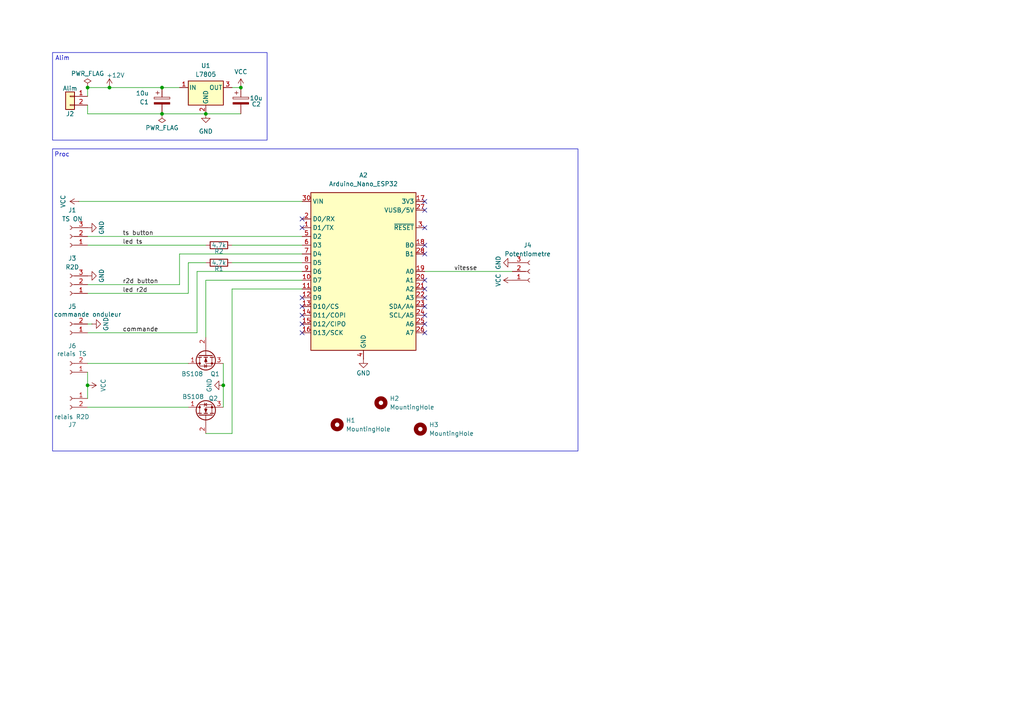
<source format=kicad_sch>
(kicad_sch (version 20231120) (generator "eeschema") (generator_version "8.0")
  (paper "A4")
  (title_block (title "Carte du tableu de bord"))
  (lib_symbols
    (symbol "Connector:Conn_01x02_Socket" (pin_names (offset 1.016) hide)
      (property "Reference" "J" (at 0 2.54 0))
      (property "Value" "Conn_01x02_Socket" (at 0 -5.08 0))
      (symbol "Conn_01x02_Socket_1_1"
        (arc (start 0 -2.032) (mid -0.5058 -2.54) (end 0 -3.048) (stroke (width 0.1524)))
        (polyline (pts (xy -1.27 -2.54) (xy -0.508 -2.54)) (stroke (width 0.1524)))
        (polyline (pts (xy -1.27 0) (xy -0.508 0)) (stroke (width 0.1524)))
        (arc (start 0 0.508) (mid -0.5058 0) (end 0 -0.508) (stroke (width 0.1524)))
        (pin passive line (at -5.08 0 0) (length 3.81) (name "Pin_1") (number "1"))
        (pin passive line (at -5.08 -2.54 0) (length 3.81) (name "Pin_2") (number "2"))
      )
    )
    (symbol "Connector:Conn_01x03_Socket" (pin_names (offset 1.016) hide)
      (property "Reference" "J" (at 0 5.08 0))
      (property "Value" "Conn_01x03_Socket" (at 0 -5.08 0))
      (symbol "Conn_01x03_Socket_1_1"
        (arc (start 0 -2.032) (mid -0.5058 -2.54) (end 0 -3.048) (stroke (width 0.1524)))
        (polyline (pts (xy -1.27 -2.54) (xy -0.508 -2.54)) (stroke (width 0.1524)))
        (polyline (pts (xy -1.27 0) (xy -0.508 0)) (stroke (width 0.1524)))
        (polyline (pts (xy -1.27 2.54) (xy -0.508 2.54)) (stroke (width 0.1524)))
        (arc (start 0 0.508) (mid -0.5058 0) (end 0 -0.508) (stroke (width 0.1524)))
        (arc (start 0 3.048) (mid -0.5058 2.54) (end 0 2.032) (stroke (width 0.1524)))
        (pin passive line (at -5.08 2.54 0) (length 3.81) (name "Pin_1") (number "1"))
        (pin passive line (at -5.08 0 0) (length 3.81) (name "Pin_2") (number "2"))
        (pin passive line (at -5.08 -2.54 0) (length 3.81) (name "Pin_3") (number "3"))
      )
    )
    (symbol "Connector_Generic:Conn_01x02" (pin_names (offset 1.016) hide)
      (property "Reference" "J" (at 0 2.54 0))
      (property "Value" "Conn_01x02" (at 0 -5.08 0))
      (symbol "Conn_01x02_1_1"
        (rectangle (start -1.27 -2.413) (end 0 -2.667) (stroke (width 0.1524)))
        (rectangle (start -1.27 0.127) (end 0 -0.127) (stroke (width 0.1524)))
        (rectangle (start -1.27 1.27) (end 1.27 -3.81) (stroke (width 0.254)) (fill (type background)))
        (pin passive line (at -5.08 0 0) (length 3.81) (name "Pin_1") (number "1"))
        (pin passive line (at -5.08 -2.54 0) (length 3.81) (name "Pin_2") (number "2"))
      )
    )
    (symbol "Device:C_Polarized" (pin_numbers hide) (pin_names (offset 0.254))
      (property "Reference" "C" (at 0.635 2.54 0))
      (property "Value" "C_Polarized" (at 0.635 -2.54 0))
      (symbol "C_Polarized_0_1"
        (rectangle (start -2.286 0.508) (end 2.286 1.016))
        (polyline (pts (xy -1.778 2.286) (xy -0.762 2.286)))
        (polyline (pts (xy -1.27 2.794) (xy -1.27 1.778)))
        (rectangle (start 2.286 -0.508) (end -2.286 -1.016) (fill (type outline)))
      )
      (symbol "C_Polarized_1_1"
        (pin passive line (at 0 3.81 270) (length 2.794) (name "~") (number "1"))
        (pin passive line (at 0 -3.81 90) (length 2.794) (name "~") (number "2"))
      )
    )
    (symbol "Device:R" (pin_numbers hide) (pin_names (offset 0))
      (property "Reference" "R" (at 2.032 0 90))
      (property "Value" "R" (at 0 0 90))
      (symbol "R_0_1"
        (rectangle (start -1.016 -2.54) (end 1.016 2.54) (stroke (width 0.254)))
      )
      (symbol "R_1_1"
        (pin passive line (at 0 3.81 270) (length 1.27) (name "~") (number "1"))
        (pin passive line (at 0 -3.81 90) (length 1.27) (name "~") (number "2"))
      )
    )
    (symbol "MCU_Module:Arduino_Nano_ESP32"
      (property "Reference" "A" (at -14.986 23.622 0))
      (property "Value" "Arduino_Nano_ESP32" (at 3.81 -25.654 0))
      (symbol "Arduino_Nano_ESP32_0_1"
        (rectangle (start -15.24 22.86) (end 15.24 -22.86) (stroke (width 0.254)) (fill (type background)))
      )
      (symbol "Arduino_Nano_ESP32_1_1"
        (pin bidirectional line (at -17.78 12.7 0) (length 2.54) (name "D1/TX") (number "1"))
        (pin bidirectional line (at -17.78 -2.54 0) (length 2.54) (name "D7") (number "10"))
        (pin bidirectional line (at -17.78 -5.08 0) (length 2.54) (name "D8") (number "11"))
        (pin bidirectional line (at -17.78 -7.62 0) (length 2.54) (name "D9") (number "12"))
        (pin bidirectional line (at -17.78 -10.16 0) (length 2.54) (name "D10/CS") (number "13"))
        (pin bidirectional line (at -17.78 -12.7 0) (length 2.54) (name "D11/COPI") (number "14"))
        (pin bidirectional line (at -17.78 -15.24 0) (length 2.54) (name "D12/CIPO") (number "15"))
        (pin bidirectional line (at -17.78 -17.78 0) (length 2.54) (name "D13/SCK") (number "16"))
        (pin power_out line (at 17.78 20.32 180) (length 2.54) (name "3V3") (number "17"))
        (pin bidirectional line (at 17.78 7.62 180) (length 2.54) (name "B0") (number "18"))
        (pin bidirectional line (at 17.78 0 180) (length 2.54) (name "A0") (number "19"))
        (pin bidirectional line (at -17.78 15.24 0) (length 2.54) (name "D0/RX") (number "2"))
        (pin bidirectional line (at 17.78 -2.54 180) (length 2.54) (name "A1") (number "20"))
        (pin bidirectional line (at 17.78 -5.08 180) (length 2.54) (name "A2") (number "21"))
        (pin bidirectional line (at 17.78 -7.62 180) (length 2.54) (name "A3") (number "22"))
        (pin bidirectional line (at 17.78 -10.16 180) (length 2.54) (name "SDA/A4") (number "23"))
        (pin bidirectional line (at 17.78 -12.7 180) (length 2.54) (name "SCL/A5") (number "24"))
        (pin bidirectional line (at 17.78 -15.24 180) (length 2.54) (name "A6") (number "25"))
        (pin bidirectional line (at 17.78 -17.78 180) (length 2.54) (name "A7") (number "26"))
        (pin power_out line (at 17.78 17.78 180) (length 2.54) (name "VUSB/5V") (number "27"))
        (pin bidirectional line (at 17.78 5.08 180) (length 2.54) (name "B1") (number "28"))
        (pin passive line (at 0 -25.4 90) (length 2.54) hide (name "GND") (number "29"))
        (pin input line (at 17.78 12.7 180) (length 2.54) (name "~{RESET}") (number "3"))
        (pin power_in line (at -17.78 20.32 0) (length 2.54) (name "VIN") (number "30"))
        (pin power_in line (at 0 -25.4 90) (length 2.54) (name "GND") (number "4"))
        (pin bidirectional line (at -17.78 10.16 0) (length 2.54) (name "D2") (number "5"))
        (pin bidirectional line (at -17.78 7.62 0) (length 2.54) (name "D3") (number "6"))
        (pin bidirectional line (at -17.78 5.08 0) (length 2.54) (name "D4") (number "7"))
        (pin bidirectional line (at -17.78 2.54 0) (length 2.54) (name "D5") (number "8"))
        (pin bidirectional line (at -17.78 0 0) (length 2.54) (name "D6") (number "9"))
      )
    )
    (symbol "Mechanical:MountingHole" (pin_names (offset 1.016)) (exclude_from_sim yes) (in_bom no)
      (property "Reference" "H" (at 0 5.08 0))
      (property "Value" "MountingHole" (at 0 3.175 0))
      (symbol "MountingHole_0_1"
        (circle (center 0 0) (radius 1.27) (stroke (width 1.27)))
      )
    )
    (symbol "Regulator_Linear:L7805" (pin_names (offset 0.254))
      (property "Reference" "U" (at -3.81 3.175 0))
      (property "Value" "L7805" (at 0 3.175 0))
      (symbol "L7805_0_1"
        (rectangle (start -5.08 1.905) (end 5.08 -5.08) (stroke (width 0.254)) (fill (type background)))
      )
      (symbol "L7805_1_1"
        (pin power_in line (at -7.62 0 0) (length 2.54) (name "IN") (number "1"))
        (pin power_in line (at 0 -7.62 90) (length 2.54) (name "GND") (number "2"))
        (pin power_out line (at 7.62 0 180) (length 2.54) (name "OUT") (number "3"))
      )
    )
    (symbol "Transistor_FET:BS108" (pin_names hide)
      (property "Reference" "Q" (at 5.08 1.905 0))
      (property "Value" "BS108" (at 5.08 0 0))
      (symbol "BS108_0_1"
        (polyline (pts (xy 0.254 0) (xy -2.54 0)))
        (polyline (pts (xy 0.254 1.905) (xy 0.254 -1.905)) (stroke (width 0.254)))
        (polyline (pts (xy 0.762 -1.27) (xy 0.762 -2.286)) (stroke (width 0.254)))
        (polyline (pts (xy 0.762 0.508) (xy 0.762 -0.508)) (stroke (width 0.254)))
        (polyline (pts (xy 0.762 2.286) (xy 0.762 1.27)) (stroke (width 0.254)))
        (polyline (pts (xy 2.54 2.54) (xy 2.54 1.778)))
        (polyline (pts (xy 2.54 -2.54) (xy 2.54 0) (xy 0.762 0)))
        (polyline (pts (xy 0.762 -1.778) (xy 3.302 -1.778) (xy 3.302 1.778) (xy 0.762 1.778)))
        (polyline (pts (xy 1.016 0) (xy 2.032 0.381) (xy 2.032 -0.381) (xy 1.016 0)) (fill (type outline)))
        (polyline (pts (xy 2.794 0.508) (xy 2.921 0.381) (xy 3.683 0.381) (xy 3.81 0.254)))
        (polyline (pts (xy 3.302 0.381) (xy 2.921 -0.254) (xy 3.683 -0.254) (xy 3.302 0.381)))
        (circle (center 1.651 0) (radius 2.794) (stroke (width 0.254)))
        (circle (center 2.54 -1.778) (radius 0.254) (fill (type outline)))
        (circle (center 2.54 1.778) (radius 0.254) (fill (type outline)))
      )
      (symbol "BS108_1_1"
        (pin passive line (at 2.54 5.08 270) (length 2.54) (name "D") (number "1"))
        (pin input line (at -5.08 0 0) (length 2.54) (name "G") (number "2"))
        (pin passive line (at 2.54 -5.08 90) (length 2.54) (name "S") (number "3"))
      )
    )
    (symbol "power:+12V" (power) (pin_numbers hide) (pin_names (offset 0) hide)
      (property "Value" "+12V" (at 0 3.556 0))
      (symbol "+12V_0_1"
        (polyline (pts (xy -0.762 1.27) (xy 0 2.54)))
        (polyline (pts (xy 0 0) (xy 0 2.54)))
        (polyline (pts (xy 0 2.54) (xy 0.762 1.27)))
      )
      (symbol "+12V_1_1"
        (pin power_in line (at 0 0 90) (length 0) (name "~") (number "1"))
      )
    )
    (symbol "power:GND" (power) (pin_numbers hide) (pin_names (offset 0) hide)
      (property "Value" "GND" (at 0 -3.81 0))
      (symbol "GND_0_1"
        (polyline (pts (xy 0 0) (xy 0 -1.27) (xy 1.27 -1.27) (xy 0 -2.54) (xy -1.27 -1.27) (xy 0 -1.27)))
      )
      (symbol "GND_1_1"
        (pin power_in line (at 0 0 270) (length 0) (name "~") (number "1"))
      )
    )
    (symbol "power:PWR_FLAG" (power) (pin_numbers hide) (pin_names (offset 0) hide)
      (property "Value" "PWR_FLAG" (at 0 3.81 0))
      (symbol "PWR_FLAG_0_0"
        (pin power_out line (at 0 0 90) (length 0) (name "~") (number "1"))
      )
      (symbol "PWR_FLAG_0_1"
        (polyline (pts (xy 0 0) (xy 0 1.27) (xy -1.016 1.905) (xy 0 2.54) (xy 1.016 1.905) (xy 0 1.27)))
      )
    )
    (symbol "power:VCC" (power) (pin_numbers hide) (pin_names (offset 0) hide)
      (property "Value" "VCC" (at 0 3.556 0))
      (symbol "VCC_0_1"
        (polyline (pts (xy -0.762 1.27) (xy 0 2.54)))
        (polyline (pts (xy 0 0) (xy 0 2.54)))
        (polyline (pts (xy 0 2.54) (xy 0.762 1.27)))
      )
      (symbol "VCC_1_1"
        (pin power_in line (at 0 0 90) (length 0) (name "~") (number "1"))
      )
    )
  )
  (junction (at 69.85 25.4))
  (junction (at 25.4 111.76))
  (junction (at 46.99 33.02))
  (junction (at 46.99 25.4))
  (junction (at 25.4 25.4))
  (junction (at 31.75 25.4))
  (junction (at 64.77 111.76))
  (junction (at 59.69 33.02))
  (no_connect (at 123.19 81.28))
  (no_connect (at 87.63 88.9))
  (no_connect (at 87.63 96.52))
  (no_connect (at 123.19 88.9))
  (no_connect (at 123.19 60.96))
  (no_connect (at 123.19 58.42))
  (no_connect (at 87.63 66.04))
  (no_connect (at 123.19 66.04))
  (no_connect (at 123.19 86.36))
  (no_connect (at 123.19 96.52))
  (no_connect (at 87.63 91.44))
  (no_connect (at 87.63 63.5))
  (no_connect (at 123.19 91.44))
  (no_connect (at 123.19 71.12))
  (no_connect (at 123.19 93.98))
  (no_connect (at 123.19 83.82))
  (no_connect (at 123.19 73.66))
  (no_connect (at 87.63 86.36))
  (no_connect (at 87.63 93.98))
  (wire (pts (xy 25.4 105.41) (xy 54.61 105.41)))
  (wire (pts (xy 25.4 118.11) (xy 54.61 118.11)))
  (wire (pts (xy 25.4 27.94) (xy 25.4 25.4)))
  (wire (pts (xy 59.69 125.73) (xy 67.31 125.73)))
  (wire (pts (xy 67.31 125.73) (xy 67.31 83.82)))
  (wire (pts (xy 46.99 33.02) (xy 59.69 33.02)))
  (wire (pts (xy 57.15 78.74) (xy 57.15 96.52)))
  (wire (pts (xy 25.4 30.48) (xy 25.4 33.02)))
  (wire (pts (xy 67.31 83.82) (xy 87.63 83.82)))
  (wire (pts (xy 25.4 107.95) (xy 25.4 111.76)))
  (wire (pts (xy 59.69 33.02) (xy 69.85 33.02)))
  (wire (pts (xy 52.07 73.66) (xy 52.07 82.55)))
  (wire (pts (xy 25.4 33.02) (xy 46.99 33.02)))
  (wire (pts (xy 64.77 105.41) (xy 64.77 111.76)))
  (wire (pts (xy 22.86 58.42) (xy 87.63 58.42)))
  (wire (pts (xy 25.4 82.55) (xy 52.07 82.55)))
  (wire (pts (xy 67.31 76.2) (xy 87.63 76.2)))
  (wire (pts (xy 54.61 85.09) (xy 25.4 85.09)))
  (wire (pts (xy 87.63 81.28) (xy 59.69 81.28)))
  (wire (pts (xy 67.31 25.4) (xy 69.85 25.4)))
  (wire (pts (xy 25.4 25.4) (xy 31.75 25.4)))
  (wire (pts (xy 25.4 96.52) (xy 57.15 96.52)))
  (wire (pts (xy 25.4 111.76) (xy 25.4 115.57)))
  (wire (pts (xy 46.99 25.4) (xy 52.07 25.4)))
  (wire (pts (xy 31.75 25.4) (xy 46.99 25.4)))
  (wire (pts (xy 123.19 78.74) (xy 148.59 78.74)))
  (wire (pts (xy 25.4 93.98) (xy 26.67 93.98)))
  (wire (pts (xy 52.07 73.66) (xy 87.63 73.66)))
  (wire (pts (xy 64.77 111.76) (xy 64.77 118.11)))
  (wire (pts (xy 57.15 78.74) (xy 87.63 78.74)))
  (wire (pts (xy 54.61 76.2) (xy 59.69 76.2)))
  (wire (pts (xy 25.4 71.12) (xy 59.69 71.12)))
  (wire (pts (xy 54.61 76.2) (xy 54.61 85.09)))
  (wire (pts (xy 59.69 81.28) (xy 59.69 97.79)))
  (wire (pts (xy 67.31 71.12) (xy 87.63 71.12)))
  (wire (pts (xy 25.4 68.58) (xy 87.63 68.58)))
  (rectangle (start 15.24 15.24) (end 77.47 40.64))
  (rectangle (start 15.24 43.18) (end 167.64 130.81))
  (text "Proc" (at 15.748 44.196 0) (effects (font (size 1.27 1.27)) (justify left top)))
  (text "Alim" (at 16.002 16.256 0) (effects (font (size 1.27 1.27)) (justify left top)))
  (label "commande" (at 35.56 96.52 0))
  (label "r2d button" (at 35.56 82.55 0))
  (label "vitesse" (at 138.43 78.74 180))
  (label "led ts" (at 35.56 71.12 0))
  (label "ts button" (at 35.56 68.58 0))
  (label "led r2d" (at 35.56 85.09 0))
  (symbol (lib_id "Connector:Conn_01x02_Socket") (at 20.32 115.57 0) (mirror y) (unit 1)
    (property "Reference" "J7" (at 20.955 123.19 0))
    (property "Value" "relais R2D" (at 20.828 120.904 0))
    (property "Footprint" "Connector_PinSocket_2.00mm:PinSocket_1x02_P2.00mm_Vertical" (effects (hide yes)))
    (property "Description" "Generic connector, single row, 01x02, script generated" (effects (hide yes)))
  )
  (symbol (lib_id "Device:C_Polarized") (at 69.85 29.21 0) (unit 1)
    (property "Reference" "C2" (at 75.692 30.226 0) (effects (justify right)))
    (property "Value" "10u" (at 76.2 28.448 0) (effects (justify right)))
    (property "Footprint" "Capacitor_THT:CP_Radial_D4.0mm_P1.50mm" (effects (hide yes)))
    (property "Description" "Polarized capacitor" (effects (hide yes)))
  )
  (symbol (lib_id "Mechanical:MountingHole") (at 97.79 123.19 0) (unit 1) (exclude_from_sim yes) (in_bom no)
    (property "Reference" "H1" (at 100.33 121.9199 0) (effects (justify left)))
    (property "Value" "MountingHole" (at 100.33 124.4599 0) (effects (justify left)))
    (property "Footprint" "MountingHole:MountingHole_2.2mm_M2" (effects (hide yes)))
    (property "Description" "Mounting Hole without connection" (effects (hide yes)))
  )
  (symbol (lib_id "power:PWR_FLAG") (at 46.99 33.02 180) (unit 1)
    (property "Reference" "#FLG03" (effects (hide yes)))
    (property "Value" "PWR_FLAG" (at 46.99 37.084 0))
    (property "Description" "Special symbol for telling ERC where power comes from" (effects (hide yes)))
  )
  (symbol (lib_id "power:GND") (at 25.4 66.04 90) (unit 1)
    (property "Reference" "#PWR7" (effects (hide yes)))
    (property "Value" "GND" (at 29.464 66.04 0))
    (property "Description" "Power symbol creates a global label with name \"GND\" , ground" (effects (hide yes)))
  )
  (symbol (lib_id "Mechanical:MountingHole") (at 121.92 124.46 0) (unit 1) (exclude_from_sim yes) (in_bom no)
    (property "Reference" "H3" (at 124.46 123.1899 0) (effects (justify left)))
    (property "Value" "MountingHole" (at 124.46 125.7299 0) (effects (justify left)))
    (property "Footprint" "MountingHole:MountingHole_2.2mm_M2" (effects (hide yes)))
    (property "Description" "Mounting Hole without connection" (effects (hide yes)))
  )
  (symbol (lib_id "Device:R") (at 63.5 76.2 90) (unit 1)
    (property "Reference" "R1" (at 63.5 77.978 90))
    (property "Value" "4.7k" (at 63.5 76.2 90))
    (property "Footprint" "Resistor_THT:R_Axial_DIN0204_L3.6mm_D1.6mm_P5.08mm_Horizontal" (effects (hide yes)))
    (property "Description" "Resistor" (effects (hide yes)))
  )
  (symbol (lib_id "power:+12V") (at 31.75 25.4 0) (unit 1)
    (property "Reference" "#PWR01" (effects (hide yes)))
    (property "Value" "+12V" (at 33.528 21.844 0))
    (property "Description" "Power symbol creates a global label with name \"+12V\"" (effects (hide yes)))
  )
  (symbol (lib_id "Connector:Conn_01x02_Socket") (at 20.32 96.52 180) (unit 1)
    (property "Reference" "J5" (at 20.955 88.9 0))
    (property "Value" "commande onduleur" (at 25.4 91.186 0))
    (property "Footprint" "Connector_PinSocket_2.00mm:PinSocket_1x02_P2.00mm_Vertical" (effects (hide yes)))
    (property "Description" "Generic connector, single row, 01x02, script generated" (effects (hide yes)))
  )
  (symbol (lib_id "power:VCC") (at 69.85 25.4 0) (unit 1)
    (property "Reference" "#PWR03" (effects (hide yes)))
    (property "Value" "VCC" (at 69.85 20.828 0))
    (property "Description" "Power symbol creates a global label with name \"VCC\"" (effects (hide yes)))
  )
  (symbol (lib_id "power:GND") (at 59.69 33.02 0) (unit 1)
    (property "Reference" "#PWR02" (effects (hide yes)))
    (property "Value" "GND" (at 59.69 38.1 0))
    (property "Description" "Power symbol creates a global label with name \"GND\" , ground" (effects (hide yes)))
  )
  (symbol (lib_id "MCU_Module:Arduino_Nano_ESP32") (at 105.41 78.74 0) (unit 1)
    (property "Reference" "A2" (at 105.41 50.8 0))
    (property "Value" "Arduino_Nano_ESP32" (at 105.41 53.34 0))
    (property "Footprint" "Module:Arduino_Nano" (effects (hide yes)))
    (property "Datasheet" "https://docs.arduino.cc/resources/datasheets/ABX00083-datasheet.pdf" (effects (hide yes)))
    (property "Description" "Arduino Nano board based on the ESP32-S3 with a dual-core 240 MHz processor, 384 kB ROM, 512 kB SRAM. Operates at 3.3V, with 5V USB-C® input and 6-21V VIN. Features Wi-Fi®, Bluetooth® LE, digital and analog pins, and supports SPI, I2C, UART, I2S, and CAN." (effects (hide yes)))
  )
  (symbol (lib_id "Connector:Conn_01x03_Socket") (at 20.32 82.55 180) (unit 1)
    (property "Reference" "J3" (at 20.955 74.93 0))
    (property "Value" "R2D" (at 20.955 77.47 0))
    (property "Footprint" "Connector_PinSocket_2.00mm:PinSocket_1x03_P2.00mm_Vertical" (effects (hide yes)))
    (property "Description" "Generic connector, single row, 01x03, script generated" (effects (hide yes)))
  )
  (symbol (lib_id "Device:C_Polarized") (at 46.99 29.21 0) (unit 1)
    (property "Reference" "C1" (at 43.18 29.5911 0) (effects (justify right)))
    (property "Value" "10u" (at 43.18 27.0511 0) (effects (justify right)))
    (property "Footprint" "Capacitor_THT:CP_Radial_D4.0mm_P1.50mm" (effects (hide yes)))
    (property "Description" "Polarized capacitor" (effects (hide yes)))
  )
  (symbol (lib_id "Connector_Generic:Conn_01x02") (at 20.32 27.94 0) (mirror y) (unit 1)
    (property "Reference" "J2" (at 20.32 33.02 0))
    (property "Value" "Alim" (at 20.32 25.654 0))
    (property "Footprint" "Connector_PinSocket_2.00mm:PinSocket_1x02_P2.00mm_Vertical" (effects (hide yes)))
    (property "Description" "Generic connector, single row, 01x02, script generated (kicad-library-utils/schlib/autogen/connector/)" (effects (hide yes)))
  )
  (symbol (lib_id "power:VCC") (at 22.86 58.42 90) (unit 1)
    (property "Reference" "#PWR04" (effects (hide yes)))
    (property "Value" "VCC" (at 18.288 58.42 0))
    (property "Description" "Power symbol creates a global label with name \"VCC\"" (effects (hide yes)))
  )
  (symbol (lib_id "power:VCC") (at 148.59 81.28 90) (mirror x) (unit 1)
    (property "Reference" "#PWR10" (effects (hide yes)))
    (property "Value" "VCC" (at 144.526 81.28 0))
    (property "Description" "Power symbol creates a global label with name \"VCC\"" (effects (hide yes)))
  )
  (symbol (lib_id "Connector:Conn_01x03_Socket") (at 153.67 78.74 0) (mirror x) (unit 1)
    (property "Reference" "J4" (at 153.035 71.12 0))
    (property "Value" "Potentiometre" (at 153.035 73.66 0))
    (property "Footprint" "Connector_PinSocket_2.00mm:PinSocket_1x03_P2.00mm_Vertical" (effects (hide yes)))
    (property "Description" "Generic connector, single row, 01x03, script generated" (effects (hide yes)))
  )
  (symbol (lib_id "power:GND") (at 148.59 76.2 270) (mirror x) (unit 1)
    (property "Reference" "#PWR9" (effects (hide yes)))
    (property "Value" "GND" (at 144.526 76.2 0))
    (property "Description" "Power symbol creates a global label with name \"GND\" , ground" (effects (hide yes)))
  )
  (symbol (lib_id "power:GND") (at 105.41 104.14 0) (unit 1)
    (property "Reference" "#PWR6" (effects (hide yes)))
    (property "Value" "GND" (at 105.41 108.204 0))
    (property "Description" "Power symbol creates a global label with name \"GND\" , ground" (effects (hide yes)))
  )
  (symbol (lib_id "Regulator_Linear:L7805") (at 59.69 25.4 0) (unit 1)
    (property "Reference" "U1" (at 59.69 19.05 0))
    (property "Value" "L7805" (at 59.69 21.59 0))
    (property "Footprint" "Package_TO_SOT_THT:TO-220-3_Horizontal_TabDown" (effects (hide yes)))
    (property "Datasheet" "http://www.st.com/content/ccc/resource/technical/document/datasheet/41/4f/b3/b0/12/d4/47/88/CD00000444.pdf/files/CD00000444.pdf/jcr:content/translations/en.CD00000444.pdf" (effects (hide yes)))
    (property "Description" "Positive 1.5A 35V Linear Regulator, Fixed Output 5V, TO-220/TO-263/TO-252" (effects (hide yes)))
  )
  (symbol (lib_id "Mechanical:MountingHole") (at 110.49 116.84 0) (unit 1) (exclude_from_sim yes) (in_bom no)
    (property "Reference" "H2" (at 113.03 115.5699 0) (effects (justify left)))
    (property "Value" "MountingHole" (at 113.03 118.1099 0) (effects (justify left)))
    (property "Footprint" "MountingHole:MountingHole_2.2mm_M2" (effects (hide yes)))
    (property "Description" "Mounting Hole without connection" (effects (hide yes)))
  )
  (symbol (lib_id "power:VCC") (at 25.4 111.76 270) (unit 1)
    (property "Reference" "#PWR12" (effects (hide yes)))
    (property "Value" "VCC" (at 29.972 111.76 0))
    (property "Description" "Power symbol creates a global label with name \"VCC\"" (effects (hide yes)))
  )
  (symbol (lib_id "power:GND") (at 25.4 80.01 90) (unit 1)
    (property "Reference" "#PWR8" (effects (hide yes)))
    (property "Value" "GND" (at 29.464 80.01 0))
    (property "Description" "Power symbol creates a global label with name \"GND\" , ground" (effects (hide yes)))
  )
  (symbol (lib_id "Connector:Conn_01x03_Socket") (at 20.32 68.58 180) (unit 1)
    (property "Reference" "J1" (at 20.955 60.96 0))
    (property "Value" "TS ON" (at 20.955 63.5 0))
    (property "Footprint" "Connector_PinSocket_2.00mm:PinSocket_1x03_P2.00mm_Vertical" (effects (hide yes)))
    (property "Description" "Generic connector, single row, 01x03, script generated" (effects (hide yes)))
  )
  (symbol (lib_id "power:GND") (at 64.77 111.76 270) (unit 1)
    (property "Reference" "#PWR5" (effects (hide yes)))
    (property "Value" "GND" (at 60.706 111.76 0))
    (property "Description" "Power symbol creates a global label with name \"GND\" , ground" (effects (hide yes)))
  )
  (symbol (lib_id "Connector:Conn_01x02_Socket") (at 20.32 107.95 180) (unit 1)
    (property "Reference" "J6" (at 20.955 100.33 0))
    (property "Value" "relais TS" (at 20.828 102.616 0))
    (property "Footprint" "Connector_PinSocket_2.00mm:PinSocket_1x02_P2.00mm_Vertical" (effects (hide yes)))
    (property "Description" "Generic connector, single row, 01x02, script generated" (effects (hide yes)))
  )
  (symbol (lib_id "power:GND") (at 26.67 93.98 90) (unit 1)
    (property "Reference" "#PWR11" (effects (hide yes)))
    (property "Value" "GND" (at 30.734 93.98 0))
    (property "Description" "Power symbol creates a global label with name \"GND\" , ground" (effects (hide yes)))
  )
  (symbol (lib_id "Transistor_FET:BS108") (at 59.69 120.65 90) (unit 1)
    (property "Reference" "Q2" (at 63.246 115.57 90) (effects (justify left)))
    (property "Value" "BS108" (at 59.182 115.062 90) (effects (justify left)))
    (property "Footprint" "Package_TO_SOT_THT:TO-92_Inline" (effects (hide yes)))
    (property "Datasheet" "http://www.redrok.com/MOSFET_BS108_200V_250mA_8O_Vth1.5_TO-92.PDF" (effects (hide yes)))
    (property "Description" "0.25A Id, 200V Vds, N-Channel MOSFET, TO-92" (effects (hide yes)))
  )
  (symbol (lib_id "Transistor_FET:BS108") (at 59.69 102.87 90) (mirror x) (unit 1)
    (property "Reference" "Q1" (at 63.754 108.458 90) (effects (justify left)))
    (property "Value" "BS108" (at 58.928 108.458 90) (effects (justify left)))
    (property "Footprint" "Package_TO_SOT_THT:TO-92_Inline" (effects (hide yes)))
    (property "Datasheet" "http://www.redrok.com/MOSFET_BS108_200V_250mA_8O_Vth1.5_TO-92.PDF" (effects (hide yes)))
    (property "Description" "0.25A Id, 200V Vds, N-Channel MOSFET, TO-92" (effects (hide yes)))
  )
  (symbol (lib_id "power:PWR_FLAG") (at 25.4 25.4 0) (unit 1)
    (property "Reference" "#FLG01" (effects (hide yes)))
    (property "Value" "PWR_FLAG" (at 25.4 21.336 0))
    (property "Description" "Special symbol for telling ERC where power comes from" (effects (hide yes)))
  )
  (symbol (lib_id "Device:R") (at 63.5 71.12 90) (unit 1)
    (property "Reference" "R2" (at 63.5 72.898 90))
    (property "Value" "4.7k" (at 63.5 71.12 90))
    (property "Footprint" "Resistor_THT:R_Axial_DIN0204_L3.6mm_D1.6mm_P5.08mm_Horizontal" (effects (hide yes)))
    (property "Description" "Resistor" (effects (hide yes)))
  )
)
</source>
